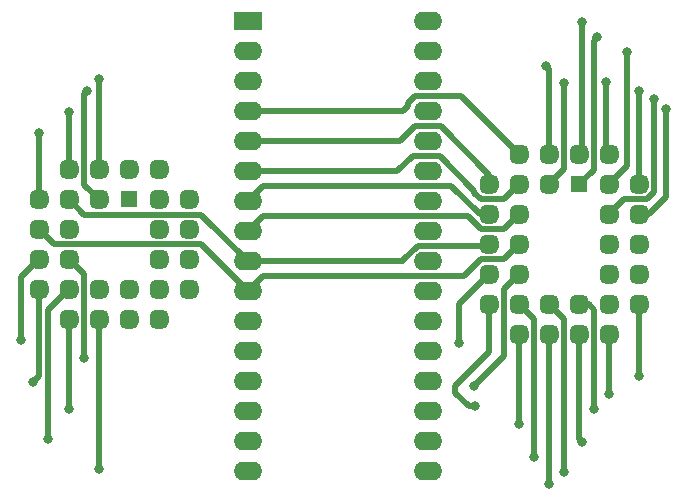
<source format=gbr>
G04 #@! TF.GenerationSoftware,KiCad,Pcbnew,5.1.7-a382d34a8~88~ubuntu20.04.1*
G04 #@! TF.CreationDate,2021-03-27T06:24:58-07:00*
G04 #@! TF.ProjectId,galep4-plcc-28,67616c65-7034-42d7-906c-63632d32382e,Mar2021*
G04 #@! TF.SameCoordinates,Original*
G04 #@! TF.FileFunction,Copper,L2,Bot*
G04 #@! TF.FilePolarity,Positive*
%FSLAX46Y46*%
G04 Gerber Fmt 4.6, Leading zero omitted, Abs format (unit mm)*
G04 Created by KiCad (PCBNEW 5.1.7-a382d34a8~88~ubuntu20.04.1) date 2021-03-27 06:24:58*
%MOMM*%
%LPD*%
G01*
G04 APERTURE LIST*
G04 #@! TA.AperFunction,ComponentPad*
%ADD10O,2.400000X1.600000*%
G04 #@! TD*
G04 #@! TA.AperFunction,ComponentPad*
%ADD11R,2.400000X1.600000*%
G04 #@! TD*
G04 #@! TA.AperFunction,ComponentPad*
%ADD12R,1.422400X1.422400*%
G04 #@! TD*
G04 #@! TA.AperFunction,ViaPad*
%ADD13C,0.800000*%
G04 #@! TD*
G04 #@! TA.AperFunction,Conductor*
%ADD14C,0.500000*%
G04 #@! TD*
G04 APERTURE END LIST*
D10*
G04 #@! TO.P,U3,32*
G04 #@! TO.N,/32*
X180238000Y-78380000D03*
G04 #@! TO.P,U3,16*
G04 #@! TO.N,/16*
X164998000Y-116480000D03*
G04 #@! TO.P,U3,31*
G04 #@! TO.N,/31*
X180238000Y-80920000D03*
G04 #@! TO.P,U3,15*
G04 #@! TO.N,/15*
X164998000Y-113940000D03*
G04 #@! TO.P,U3,30*
G04 #@! TO.N,/30*
X180238000Y-83460000D03*
G04 #@! TO.P,U3,14*
G04 #@! TO.N,/14*
X164998000Y-111400000D03*
G04 #@! TO.P,U3,29*
G04 #@! TO.N,/29*
X180238000Y-86000000D03*
G04 #@! TO.P,U3,13*
G04 #@! TO.N,/13*
X164998000Y-108860000D03*
G04 #@! TO.P,U3,28*
G04 #@! TO.N,/28*
X180238000Y-88540000D03*
G04 #@! TO.P,U3,12*
G04 #@! TO.N,/12*
X164998000Y-106320000D03*
G04 #@! TO.P,U3,27*
G04 #@! TO.N,/27*
X180238000Y-91080000D03*
G04 #@! TO.P,U3,11*
G04 #@! TO.N,/11*
X164998000Y-103780000D03*
G04 #@! TO.P,U3,26*
G04 #@! TO.N,/26*
X180238000Y-93620000D03*
G04 #@! TO.P,U3,10*
G04 #@! TO.N,/10*
X164998000Y-101240000D03*
G04 #@! TO.P,U3,25*
G04 #@! TO.N,/25*
X180238000Y-96160000D03*
G04 #@! TO.P,U3,9*
G04 #@! TO.N,/24-5*
X164998000Y-98700000D03*
G04 #@! TO.P,U3,24*
G04 #@! TO.N,/24*
X180238000Y-98700000D03*
G04 #@! TO.P,U3,8*
G04 #@! TO.N,/24-4*
X164998000Y-96160000D03*
G04 #@! TO.P,U3,23*
G04 #@! TO.N,/23*
X180238000Y-101240000D03*
G04 #@! TO.P,U3,7*
G04 #@! TO.N,/24-3*
X164998000Y-93620000D03*
G04 #@! TO.P,U3,22*
G04 #@! TO.N,/22*
X180238000Y-103780000D03*
G04 #@! TO.P,U3,6*
G04 #@! TO.N,/24-2*
X164998000Y-91080000D03*
G04 #@! TO.P,U3,21*
G04 #@! TO.N,/21*
X180238000Y-106320000D03*
G04 #@! TO.P,U3,5*
G04 #@! TO.N,/24-1*
X164998000Y-88540000D03*
G04 #@! TO.P,U3,20*
G04 #@! TO.N,/20*
X180238000Y-108860000D03*
G04 #@! TO.P,U3,4*
G04 #@! TO.N,/4*
X164998000Y-86000000D03*
G04 #@! TO.P,U3,19*
G04 #@! TO.N,/19*
X180238000Y-111400000D03*
G04 #@! TO.P,U3,3*
G04 #@! TO.N,/3*
X164998000Y-83460000D03*
G04 #@! TO.P,U3,18*
G04 #@! TO.N,/18*
X180238000Y-113940000D03*
G04 #@! TO.P,U3,2*
G04 #@! TO.N,/2*
X164998000Y-80920000D03*
G04 #@! TO.P,U3,17*
G04 #@! TO.N,/17*
X180238000Y-116480000D03*
D11*
G04 #@! TO.P,U3,1*
G04 #@! TO.N,/1*
X164998000Y-78380000D03*
G04 #@! TD*
G04 #@! TO.P,U2,29*
G04 #@! TO.N,/29*
G04 #@! TA.AperFunction,ComponentPad*
G36*
G01*
X197320000Y-92502800D02*
X197320000Y-91901200D01*
G75*
G02*
X197819200Y-91402000I499200J0D01*
G01*
X198420800Y-91402000D01*
G75*
G02*
X198920000Y-91901200I0J-499200D01*
G01*
X198920000Y-92502800D01*
G75*
G02*
X198420800Y-93002000I-499200J0D01*
G01*
X197819200Y-93002000D01*
G75*
G02*
X197320000Y-92502800I0J499200D01*
G01*
G37*
G04 #@! TD.AperFunction*
G04 #@! TO.P,U2,27*
G04 #@! TO.N,/27*
G04 #@! TA.AperFunction,ComponentPad*
G36*
G01*
X197320000Y-95042800D02*
X197320000Y-94441200D01*
G75*
G02*
X197819200Y-93942000I499200J0D01*
G01*
X198420800Y-93942000D01*
G75*
G02*
X198920000Y-94441200I0J-499200D01*
G01*
X198920000Y-95042800D01*
G75*
G02*
X198420800Y-95542000I-499200J0D01*
G01*
X197819200Y-95542000D01*
G75*
G02*
X197320000Y-95042800I0J499200D01*
G01*
G37*
G04 #@! TD.AperFunction*
G04 #@! TO.P,U2,25*
G04 #@! TO.N,/25*
G04 #@! TA.AperFunction,ComponentPad*
G36*
G01*
X197320000Y-97582800D02*
X197320000Y-96981200D01*
G75*
G02*
X197819200Y-96482000I499200J0D01*
G01*
X198420800Y-96482000D01*
G75*
G02*
X198920000Y-96981200I0J-499200D01*
G01*
X198920000Y-97582800D01*
G75*
G02*
X198420800Y-98082000I-499200J0D01*
G01*
X197819200Y-98082000D01*
G75*
G02*
X197320000Y-97582800I0J499200D01*
G01*
G37*
G04 #@! TD.AperFunction*
G04 #@! TO.P,U2,23*
G04 #@! TO.N,/23*
G04 #@! TA.AperFunction,ComponentPad*
G36*
G01*
X197320000Y-100122800D02*
X197320000Y-99521200D01*
G75*
G02*
X197819200Y-99022000I499200J0D01*
G01*
X198420800Y-99022000D01*
G75*
G02*
X198920000Y-99521200I0J-499200D01*
G01*
X198920000Y-100122800D01*
G75*
G02*
X198420800Y-100622000I-499200J0D01*
G01*
X197819200Y-100622000D01*
G75*
G02*
X197320000Y-100122800I0J499200D01*
G01*
G37*
G04 #@! TD.AperFunction*
G04 #@! TO.P,U2,28*
G04 #@! TO.N,/28*
G04 #@! TA.AperFunction,ComponentPad*
G36*
G01*
X194780000Y-95042800D02*
X194780000Y-94441200D01*
G75*
G02*
X195279200Y-93942000I499200J0D01*
G01*
X195880800Y-93942000D01*
G75*
G02*
X196380000Y-94441200I0J-499200D01*
G01*
X196380000Y-95042800D01*
G75*
G02*
X195880800Y-95542000I-499200J0D01*
G01*
X195279200Y-95542000D01*
G75*
G02*
X194780000Y-95042800I0J499200D01*
G01*
G37*
G04 #@! TD.AperFunction*
G04 #@! TO.P,U2,26*
G04 #@! TO.N,/26*
G04 #@! TA.AperFunction,ComponentPad*
G36*
G01*
X194780000Y-97582800D02*
X194780000Y-96981200D01*
G75*
G02*
X195279200Y-96482000I499200J0D01*
G01*
X195880800Y-96482000D01*
G75*
G02*
X196380000Y-96981200I0J-499200D01*
G01*
X196380000Y-97582800D01*
G75*
G02*
X195880800Y-98082000I-499200J0D01*
G01*
X195279200Y-98082000D01*
G75*
G02*
X194780000Y-97582800I0J499200D01*
G01*
G37*
G04 #@! TD.AperFunction*
G04 #@! TO.P,U2,24*
G04 #@! TO.N,/24*
G04 #@! TA.AperFunction,ComponentPad*
G36*
G01*
X194780000Y-100122800D02*
X194780000Y-99521200D01*
G75*
G02*
X195279200Y-99022000I499200J0D01*
G01*
X195880800Y-99022000D01*
G75*
G02*
X196380000Y-99521200I0J-499200D01*
G01*
X196380000Y-100122800D01*
G75*
G02*
X195880800Y-100622000I-499200J0D01*
G01*
X195279200Y-100622000D01*
G75*
G02*
X194780000Y-100122800I0J499200D01*
G01*
G37*
G04 #@! TD.AperFunction*
G04 #@! TO.P,U2,22*
G04 #@! TO.N,/22*
G04 #@! TA.AperFunction,ComponentPad*
G36*
G01*
X194780000Y-102662800D02*
X194780000Y-102061200D01*
G75*
G02*
X195279200Y-101562000I499200J0D01*
G01*
X195880800Y-101562000D01*
G75*
G02*
X196380000Y-102061200I0J-499200D01*
G01*
X196380000Y-102662800D01*
G75*
G02*
X195880800Y-103162000I-499200J0D01*
G01*
X195279200Y-103162000D01*
G75*
G02*
X194780000Y-102662800I0J499200D01*
G01*
G37*
G04 #@! TD.AperFunction*
G04 #@! TO.P,U2,20*
G04 #@! TO.N,/20*
G04 #@! TA.AperFunction,ComponentPad*
G36*
G01*
X194780000Y-105202800D02*
X194780000Y-104601200D01*
G75*
G02*
X195279200Y-104102000I499200J0D01*
G01*
X195880800Y-104102000D01*
G75*
G02*
X196380000Y-104601200I0J-499200D01*
G01*
X196380000Y-105202800D01*
G75*
G02*
X195880800Y-105702000I-499200J0D01*
G01*
X195279200Y-105702000D01*
G75*
G02*
X194780000Y-105202800I0J499200D01*
G01*
G37*
G04 #@! TD.AperFunction*
G04 #@! TO.P,U2,18*
G04 #@! TO.N,/18*
G04 #@! TA.AperFunction,ComponentPad*
G36*
G01*
X192240000Y-105202800D02*
X192240000Y-104601200D01*
G75*
G02*
X192739200Y-104102000I499200J0D01*
G01*
X193340800Y-104102000D01*
G75*
G02*
X193840000Y-104601200I0J-499200D01*
G01*
X193840000Y-105202800D01*
G75*
G02*
X193340800Y-105702000I-499200J0D01*
G01*
X192739200Y-105702000D01*
G75*
G02*
X192240000Y-105202800I0J499200D01*
G01*
G37*
G04 #@! TD.AperFunction*
G04 #@! TO.P,U2,16*
G04 #@! TO.N,/16*
G04 #@! TA.AperFunction,ComponentPad*
G36*
G01*
X189700000Y-105202800D02*
X189700000Y-104601200D01*
G75*
G02*
X190199200Y-104102000I499200J0D01*
G01*
X190800800Y-104102000D01*
G75*
G02*
X191300000Y-104601200I0J-499200D01*
G01*
X191300000Y-105202800D01*
G75*
G02*
X190800800Y-105702000I-499200J0D01*
G01*
X190199200Y-105702000D01*
G75*
G02*
X189700000Y-105202800I0J499200D01*
G01*
G37*
G04 #@! TD.AperFunction*
G04 #@! TO.P,U2,14*
G04 #@! TO.N,/14*
G04 #@! TA.AperFunction,ComponentPad*
G36*
G01*
X187160000Y-105202800D02*
X187160000Y-104601200D01*
G75*
G02*
X187659200Y-104102000I499200J0D01*
G01*
X188260800Y-104102000D01*
G75*
G02*
X188760000Y-104601200I0J-499200D01*
G01*
X188760000Y-105202800D01*
G75*
G02*
X188260800Y-105702000I-499200J0D01*
G01*
X187659200Y-105702000D01*
G75*
G02*
X187160000Y-105202800I0J499200D01*
G01*
G37*
G04 #@! TD.AperFunction*
G04 #@! TO.P,U2,21*
G04 #@! TO.N,/21*
G04 #@! TA.AperFunction,ComponentPad*
G36*
G01*
X197320000Y-102662800D02*
X197320000Y-102061200D01*
G75*
G02*
X197819200Y-101562000I499200J0D01*
G01*
X198420800Y-101562000D01*
G75*
G02*
X198920000Y-102061200I0J-499200D01*
G01*
X198920000Y-102662800D01*
G75*
G02*
X198420800Y-103162000I-499200J0D01*
G01*
X197819200Y-103162000D01*
G75*
G02*
X197320000Y-102662800I0J499200D01*
G01*
G37*
G04 #@! TD.AperFunction*
G04 #@! TO.P,U2,19*
G04 #@! TO.N,/19*
G04 #@! TA.AperFunction,ComponentPad*
G36*
G01*
X192240000Y-102662800D02*
X192240000Y-102061200D01*
G75*
G02*
X192739200Y-101562000I499200J0D01*
G01*
X193340800Y-101562000D01*
G75*
G02*
X193840000Y-102061200I0J-499200D01*
G01*
X193840000Y-102662800D01*
G75*
G02*
X193340800Y-103162000I-499200J0D01*
G01*
X192739200Y-103162000D01*
G75*
G02*
X192240000Y-102662800I0J499200D01*
G01*
G37*
G04 #@! TD.AperFunction*
G04 #@! TO.P,U2,17*
G04 #@! TO.N,/17*
G04 #@! TA.AperFunction,ComponentPad*
G36*
G01*
X189700000Y-102662800D02*
X189700000Y-102061200D01*
G75*
G02*
X190199200Y-101562000I499200J0D01*
G01*
X190800800Y-101562000D01*
G75*
G02*
X191300000Y-102061200I0J-499200D01*
G01*
X191300000Y-102662800D01*
G75*
G02*
X190800800Y-103162000I-499200J0D01*
G01*
X190199200Y-103162000D01*
G75*
G02*
X189700000Y-102662800I0J499200D01*
G01*
G37*
G04 #@! TD.AperFunction*
G04 #@! TO.P,U2,15*
G04 #@! TO.N,/15*
G04 #@! TA.AperFunction,ComponentPad*
G36*
G01*
X187160000Y-102662800D02*
X187160000Y-102061200D01*
G75*
G02*
X187659200Y-101562000I499200J0D01*
G01*
X188260800Y-101562000D01*
G75*
G02*
X188760000Y-102061200I0J-499200D01*
G01*
X188760000Y-102662800D01*
G75*
G02*
X188260800Y-103162000I-499200J0D01*
G01*
X187659200Y-103162000D01*
G75*
G02*
X187160000Y-102662800I0J499200D01*
G01*
G37*
G04 #@! TD.AperFunction*
G04 #@! TO.P,U2,13*
G04 #@! TO.N,/13*
G04 #@! TA.AperFunction,ComponentPad*
G36*
G01*
X184620000Y-102662800D02*
X184620000Y-102061200D01*
G75*
G02*
X185119200Y-101562000I499200J0D01*
G01*
X185720800Y-101562000D01*
G75*
G02*
X186220000Y-102061200I0J-499200D01*
G01*
X186220000Y-102662800D01*
G75*
G02*
X185720800Y-103162000I-499200J0D01*
G01*
X185119200Y-103162000D01*
G75*
G02*
X184620000Y-102662800I0J499200D01*
G01*
G37*
G04 #@! TD.AperFunction*
G04 #@! TO.P,U2,11*
G04 #@! TO.N,/11*
G04 #@! TA.AperFunction,ComponentPad*
G36*
G01*
X184620000Y-100122800D02*
X184620000Y-99521200D01*
G75*
G02*
X185119200Y-99022000I499200J0D01*
G01*
X185720800Y-99022000D01*
G75*
G02*
X186220000Y-99521200I0J-499200D01*
G01*
X186220000Y-100122800D01*
G75*
G02*
X185720800Y-100622000I-499200J0D01*
G01*
X185119200Y-100622000D01*
G75*
G02*
X184620000Y-100122800I0J499200D01*
G01*
G37*
G04 #@! TD.AperFunction*
G04 #@! TO.P,U2,9*
G04 #@! TO.N,/24-5*
G04 #@! TA.AperFunction,ComponentPad*
G36*
G01*
X184620000Y-97582800D02*
X184620000Y-96981200D01*
G75*
G02*
X185119200Y-96482000I499200J0D01*
G01*
X185720800Y-96482000D01*
G75*
G02*
X186220000Y-96981200I0J-499200D01*
G01*
X186220000Y-97582800D01*
G75*
G02*
X185720800Y-98082000I-499200J0D01*
G01*
X185119200Y-98082000D01*
G75*
G02*
X184620000Y-97582800I0J499200D01*
G01*
G37*
G04 #@! TD.AperFunction*
G04 #@! TO.P,U2,7*
G04 #@! TO.N,/24-3*
G04 #@! TA.AperFunction,ComponentPad*
G36*
G01*
X184620000Y-95042800D02*
X184620000Y-94441200D01*
G75*
G02*
X185119200Y-93942000I499200J0D01*
G01*
X185720800Y-93942000D01*
G75*
G02*
X186220000Y-94441200I0J-499200D01*
G01*
X186220000Y-95042800D01*
G75*
G02*
X185720800Y-95542000I-499200J0D01*
G01*
X185119200Y-95542000D01*
G75*
G02*
X184620000Y-95042800I0J499200D01*
G01*
G37*
G04 #@! TD.AperFunction*
G04 #@! TO.P,U2,5*
G04 #@! TO.N,/24-1*
G04 #@! TA.AperFunction,ComponentPad*
G36*
G01*
X184620000Y-92502800D02*
X184620000Y-91901200D01*
G75*
G02*
X185119200Y-91402000I499200J0D01*
G01*
X185720800Y-91402000D01*
G75*
G02*
X186220000Y-91901200I0J-499200D01*
G01*
X186220000Y-92502800D01*
G75*
G02*
X185720800Y-93002000I-499200J0D01*
G01*
X185119200Y-93002000D01*
G75*
G02*
X184620000Y-92502800I0J499200D01*
G01*
G37*
G04 #@! TD.AperFunction*
G04 #@! TO.P,U2,12*
G04 #@! TO.N,/12*
G04 #@! TA.AperFunction,ComponentPad*
G36*
G01*
X187160000Y-100122800D02*
X187160000Y-99521200D01*
G75*
G02*
X187659200Y-99022000I499200J0D01*
G01*
X188260800Y-99022000D01*
G75*
G02*
X188760000Y-99521200I0J-499200D01*
G01*
X188760000Y-100122800D01*
G75*
G02*
X188260800Y-100622000I-499200J0D01*
G01*
X187659200Y-100622000D01*
G75*
G02*
X187160000Y-100122800I0J499200D01*
G01*
G37*
G04 #@! TD.AperFunction*
G04 #@! TO.P,U2,10*
G04 #@! TO.N,/10*
G04 #@! TA.AperFunction,ComponentPad*
G36*
G01*
X187160000Y-97582800D02*
X187160000Y-96981200D01*
G75*
G02*
X187659200Y-96482000I499200J0D01*
G01*
X188260800Y-96482000D01*
G75*
G02*
X188760000Y-96981200I0J-499200D01*
G01*
X188760000Y-97582800D01*
G75*
G02*
X188260800Y-98082000I-499200J0D01*
G01*
X187659200Y-98082000D01*
G75*
G02*
X187160000Y-97582800I0J499200D01*
G01*
G37*
G04 #@! TD.AperFunction*
G04 #@! TO.P,U2,8*
G04 #@! TO.N,/24-4*
G04 #@! TA.AperFunction,ComponentPad*
G36*
G01*
X187160000Y-95042800D02*
X187160000Y-94441200D01*
G75*
G02*
X187659200Y-93942000I499200J0D01*
G01*
X188260800Y-93942000D01*
G75*
G02*
X188760000Y-94441200I0J-499200D01*
G01*
X188760000Y-95042800D01*
G75*
G02*
X188260800Y-95542000I-499200J0D01*
G01*
X187659200Y-95542000D01*
G75*
G02*
X187160000Y-95042800I0J499200D01*
G01*
G37*
G04 #@! TD.AperFunction*
G04 #@! TO.P,U2,6*
G04 #@! TO.N,/24-2*
G04 #@! TA.AperFunction,ComponentPad*
G36*
G01*
X187160000Y-92502800D02*
X187160000Y-91901200D01*
G75*
G02*
X187659200Y-91402000I499200J0D01*
G01*
X188260800Y-91402000D01*
G75*
G02*
X188760000Y-91901200I0J-499200D01*
G01*
X188760000Y-92502800D01*
G75*
G02*
X188260800Y-93002000I-499200J0D01*
G01*
X187659200Y-93002000D01*
G75*
G02*
X187160000Y-92502800I0J499200D01*
G01*
G37*
G04 #@! TD.AperFunction*
G04 #@! TO.P,U2,30*
G04 #@! TO.N,/30*
G04 #@! TA.AperFunction,ComponentPad*
G36*
G01*
X194780000Y-89962800D02*
X194780000Y-89361200D01*
G75*
G02*
X195279200Y-88862000I499200J0D01*
G01*
X195880800Y-88862000D01*
G75*
G02*
X196380000Y-89361200I0J-499200D01*
G01*
X196380000Y-89962800D01*
G75*
G02*
X195880800Y-90462000I-499200J0D01*
G01*
X195279200Y-90462000D01*
G75*
G02*
X194780000Y-89962800I0J499200D01*
G01*
G37*
G04 #@! TD.AperFunction*
G04 #@! TO.P,U2,32*
G04 #@! TO.N,/32*
G04 #@! TA.AperFunction,ComponentPad*
G36*
G01*
X192240000Y-89962800D02*
X192240000Y-89361200D01*
G75*
G02*
X192739200Y-88862000I499200J0D01*
G01*
X193340800Y-88862000D01*
G75*
G02*
X193840000Y-89361200I0J-499200D01*
G01*
X193840000Y-89962800D01*
G75*
G02*
X193340800Y-90462000I-499200J0D01*
G01*
X192739200Y-90462000D01*
G75*
G02*
X192240000Y-89962800I0J499200D01*
G01*
G37*
G04 #@! TD.AperFunction*
G04 #@! TO.P,U2,4*
G04 #@! TO.N,/4*
G04 #@! TA.AperFunction,ComponentPad*
G36*
G01*
X187160000Y-89962800D02*
X187160000Y-89361200D01*
G75*
G02*
X187659200Y-88862000I499200J0D01*
G01*
X188260800Y-88862000D01*
G75*
G02*
X188760000Y-89361200I0J-499200D01*
G01*
X188760000Y-89962800D01*
G75*
G02*
X188260800Y-90462000I-499200J0D01*
G01*
X187659200Y-90462000D01*
G75*
G02*
X187160000Y-89962800I0J499200D01*
G01*
G37*
G04 #@! TD.AperFunction*
G04 #@! TO.P,U2,2*
G04 #@! TO.N,/2*
G04 #@! TA.AperFunction,ComponentPad*
G36*
G01*
X189700000Y-89962800D02*
X189700000Y-89361200D01*
G75*
G02*
X190199200Y-88862000I499200J0D01*
G01*
X190800800Y-88862000D01*
G75*
G02*
X191300000Y-89361200I0J-499200D01*
G01*
X191300000Y-89962800D01*
G75*
G02*
X190800800Y-90462000I-499200J0D01*
G01*
X190199200Y-90462000D01*
G75*
G02*
X189700000Y-89962800I0J499200D01*
G01*
G37*
G04 #@! TD.AperFunction*
G04 #@! TO.P,U2,31*
G04 #@! TO.N,/31*
G04 #@! TA.AperFunction,ComponentPad*
G36*
G01*
X194780000Y-92502800D02*
X194780000Y-91901200D01*
G75*
G02*
X195279200Y-91402000I499200J0D01*
G01*
X195880800Y-91402000D01*
G75*
G02*
X196380000Y-91901200I0J-499200D01*
G01*
X196380000Y-92502800D01*
G75*
G02*
X195880800Y-93002000I-499200J0D01*
G01*
X195279200Y-93002000D01*
G75*
G02*
X194780000Y-92502800I0J499200D01*
G01*
G37*
G04 #@! TD.AperFunction*
G04 #@! TO.P,U2,3*
G04 #@! TO.N,/3*
G04 #@! TA.AperFunction,ComponentPad*
G36*
G01*
X189700000Y-92502800D02*
X189700000Y-91901200D01*
G75*
G02*
X190199200Y-91402000I499200J0D01*
G01*
X190800800Y-91402000D01*
G75*
G02*
X191300000Y-91901200I0J-499200D01*
G01*
X191300000Y-92502800D01*
G75*
G02*
X190800800Y-93002000I-499200J0D01*
G01*
X190199200Y-93002000D01*
G75*
G02*
X189700000Y-92502800I0J499200D01*
G01*
G37*
G04 #@! TD.AperFunction*
D12*
G04 #@! TO.P,U2,1*
G04 #@! TO.N,/1*
X193040000Y-92202000D03*
G04 #@! TD*
G04 #@! TO.P,U1,25*
G04 #@! TO.N,/24-21*
G04 #@! TA.AperFunction,ComponentPad*
G36*
G01*
X159220000Y-93772800D02*
X159220000Y-93171200D01*
G75*
G02*
X159719200Y-92672000I499200J0D01*
G01*
X160320800Y-92672000D01*
G75*
G02*
X160820000Y-93171200I0J-499200D01*
G01*
X160820000Y-93772800D01*
G75*
G02*
X160320800Y-94272000I-499200J0D01*
G01*
X159719200Y-94272000D01*
G75*
G02*
X159220000Y-93772800I0J499200D01*
G01*
G37*
G04 #@! TD.AperFunction*
G04 #@! TO.P,U1,23*
G04 #@! TO.N,/24-19*
G04 #@! TA.AperFunction,ComponentPad*
G36*
G01*
X159220000Y-96312800D02*
X159220000Y-95711200D01*
G75*
G02*
X159719200Y-95212000I499200J0D01*
G01*
X160320800Y-95212000D01*
G75*
G02*
X160820000Y-95711200I0J-499200D01*
G01*
X160820000Y-96312800D01*
G75*
G02*
X160320800Y-96812000I-499200J0D01*
G01*
X159719200Y-96812000D01*
G75*
G02*
X159220000Y-96312800I0J499200D01*
G01*
G37*
G04 #@! TD.AperFunction*
G04 #@! TO.P,U1,21*
G04 #@! TO.N,/24-18*
G04 #@! TA.AperFunction,ComponentPad*
G36*
G01*
X159220000Y-98852800D02*
X159220000Y-98251200D01*
G75*
G02*
X159719200Y-97752000I499200J0D01*
G01*
X160320800Y-97752000D01*
G75*
G02*
X160820000Y-98251200I0J-499200D01*
G01*
X160820000Y-98852800D01*
G75*
G02*
X160320800Y-99352000I-499200J0D01*
G01*
X159719200Y-99352000D01*
G75*
G02*
X159220000Y-98852800I0J499200D01*
G01*
G37*
G04 #@! TD.AperFunction*
G04 #@! TO.P,U1,26*
G04 #@! TO.N,/24-22*
G04 #@! TA.AperFunction,ComponentPad*
G36*
G01*
X156680000Y-91232800D02*
X156680000Y-90631200D01*
G75*
G02*
X157179200Y-90132000I499200J0D01*
G01*
X157780800Y-90132000D01*
G75*
G02*
X158280000Y-90631200I0J-499200D01*
G01*
X158280000Y-91232800D01*
G75*
G02*
X157780800Y-91732000I-499200J0D01*
G01*
X157179200Y-91732000D01*
G75*
G02*
X156680000Y-91232800I0J499200D01*
G01*
G37*
G04 #@! TD.AperFunction*
G04 #@! TO.P,U1,24*
G04 #@! TO.N,/24-20*
G04 #@! TA.AperFunction,ComponentPad*
G36*
G01*
X156680000Y-96312800D02*
X156680000Y-95711200D01*
G75*
G02*
X157179200Y-95212000I499200J0D01*
G01*
X157780800Y-95212000D01*
G75*
G02*
X158280000Y-95711200I0J-499200D01*
G01*
X158280000Y-96312800D01*
G75*
G02*
X157780800Y-96812000I-499200J0D01*
G01*
X157179200Y-96812000D01*
G75*
G02*
X156680000Y-96312800I0J499200D01*
G01*
G37*
G04 #@! TD.AperFunction*
G04 #@! TO.P,U1,22*
G04 #@! TO.N,Net-(U1-Pad22)*
G04 #@! TA.AperFunction,ComponentPad*
G36*
G01*
X156680000Y-98852800D02*
X156680000Y-98251200D01*
G75*
G02*
X157179200Y-97752000I499200J0D01*
G01*
X157780800Y-97752000D01*
G75*
G02*
X158280000Y-98251200I0J-499200D01*
G01*
X158280000Y-98852800D01*
G75*
G02*
X157780800Y-99352000I-499200J0D01*
G01*
X157179200Y-99352000D01*
G75*
G02*
X156680000Y-98852800I0J499200D01*
G01*
G37*
G04 #@! TD.AperFunction*
G04 #@! TO.P,U1,20*
G04 #@! TO.N,/24-17*
G04 #@! TA.AperFunction,ComponentPad*
G36*
G01*
X156680000Y-101392800D02*
X156680000Y-100791200D01*
G75*
G02*
X157179200Y-100292000I499200J0D01*
G01*
X157780800Y-100292000D01*
G75*
G02*
X158280000Y-100791200I0J-499200D01*
G01*
X158280000Y-101392800D01*
G75*
G02*
X157780800Y-101892000I-499200J0D01*
G01*
X157179200Y-101892000D01*
G75*
G02*
X156680000Y-101392800I0J499200D01*
G01*
G37*
G04 #@! TD.AperFunction*
G04 #@! TO.P,U1,18*
G04 #@! TO.N,/24-15*
G04 #@! TA.AperFunction,ComponentPad*
G36*
G01*
X156680000Y-103932800D02*
X156680000Y-103331200D01*
G75*
G02*
X157179200Y-102832000I499200J0D01*
G01*
X157780800Y-102832000D01*
G75*
G02*
X158280000Y-103331200I0J-499200D01*
G01*
X158280000Y-103932800D01*
G75*
G02*
X157780800Y-104432000I-499200J0D01*
G01*
X157179200Y-104432000D01*
G75*
G02*
X156680000Y-103932800I0J499200D01*
G01*
G37*
G04 #@! TD.AperFunction*
G04 #@! TO.P,U1,16*
G04 #@! TO.N,/24-13*
G04 #@! TA.AperFunction,ComponentPad*
G36*
G01*
X154140000Y-103932800D02*
X154140000Y-103331200D01*
G75*
G02*
X154639200Y-102832000I499200J0D01*
G01*
X155240800Y-102832000D01*
G75*
G02*
X155740000Y-103331200I0J-499200D01*
G01*
X155740000Y-103932800D01*
G75*
G02*
X155240800Y-104432000I-499200J0D01*
G01*
X154639200Y-104432000D01*
G75*
G02*
X154140000Y-103932800I0J499200D01*
G01*
G37*
G04 #@! TD.AperFunction*
G04 #@! TO.P,U1,14*
G04 #@! TO.N,/16*
G04 #@! TA.AperFunction,ComponentPad*
G36*
G01*
X151600000Y-103932800D02*
X151600000Y-103331200D01*
G75*
G02*
X152099200Y-102832000I499200J0D01*
G01*
X152700800Y-102832000D01*
G75*
G02*
X153200000Y-103331200I0J-499200D01*
G01*
X153200000Y-103932800D01*
G75*
G02*
X152700800Y-104432000I-499200J0D01*
G01*
X152099200Y-104432000D01*
G75*
G02*
X151600000Y-103932800I0J499200D01*
G01*
G37*
G04 #@! TD.AperFunction*
G04 #@! TO.P,U1,12*
G04 #@! TO.N,/14*
G04 #@! TA.AperFunction,ComponentPad*
G36*
G01*
X149060000Y-103932800D02*
X149060000Y-103331200D01*
G75*
G02*
X149559200Y-102832000I499200J0D01*
G01*
X150160800Y-102832000D01*
G75*
G02*
X150660000Y-103331200I0J-499200D01*
G01*
X150660000Y-103932800D01*
G75*
G02*
X150160800Y-104432000I-499200J0D01*
G01*
X149559200Y-104432000D01*
G75*
G02*
X149060000Y-103932800I0J499200D01*
G01*
G37*
G04 #@! TD.AperFunction*
G04 #@! TO.P,U1,19*
G04 #@! TO.N,/24-16*
G04 #@! TA.AperFunction,ComponentPad*
G36*
G01*
X159220000Y-101392800D02*
X159220000Y-100791200D01*
G75*
G02*
X159719200Y-100292000I499200J0D01*
G01*
X160320800Y-100292000D01*
G75*
G02*
X160820000Y-100791200I0J-499200D01*
G01*
X160820000Y-101392800D01*
G75*
G02*
X160320800Y-101892000I-499200J0D01*
G01*
X159719200Y-101892000D01*
G75*
G02*
X159220000Y-101392800I0J499200D01*
G01*
G37*
G04 #@! TD.AperFunction*
G04 #@! TO.P,U1,17*
G04 #@! TO.N,/24-14*
G04 #@! TA.AperFunction,ComponentPad*
G36*
G01*
X154140000Y-101392800D02*
X154140000Y-100791200D01*
G75*
G02*
X154639200Y-100292000I499200J0D01*
G01*
X155240800Y-100292000D01*
G75*
G02*
X155740000Y-100791200I0J-499200D01*
G01*
X155740000Y-101392800D01*
G75*
G02*
X155240800Y-101892000I-499200J0D01*
G01*
X154639200Y-101892000D01*
G75*
G02*
X154140000Y-101392800I0J499200D01*
G01*
G37*
G04 #@! TD.AperFunction*
G04 #@! TO.P,U1,15*
G04 #@! TO.N,Net-(U1-Pad15)*
G04 #@! TA.AperFunction,ComponentPad*
G36*
G01*
X151600000Y-101392800D02*
X151600000Y-100791200D01*
G75*
G02*
X152099200Y-100292000I499200J0D01*
G01*
X152700800Y-100292000D01*
G75*
G02*
X153200000Y-100791200I0J-499200D01*
G01*
X153200000Y-101392800D01*
G75*
G02*
X152700800Y-101892000I-499200J0D01*
G01*
X152099200Y-101892000D01*
G75*
G02*
X151600000Y-101392800I0J499200D01*
G01*
G37*
G04 #@! TD.AperFunction*
G04 #@! TO.P,U1,13*
G04 #@! TO.N,/15*
G04 #@! TA.AperFunction,ComponentPad*
G36*
G01*
X149060000Y-101392800D02*
X149060000Y-100791200D01*
G75*
G02*
X149559200Y-100292000I499200J0D01*
G01*
X150160800Y-100292000D01*
G75*
G02*
X150660000Y-100791200I0J-499200D01*
G01*
X150660000Y-101392800D01*
G75*
G02*
X150160800Y-101892000I-499200J0D01*
G01*
X149559200Y-101892000D01*
G75*
G02*
X149060000Y-101392800I0J499200D01*
G01*
G37*
G04 #@! TD.AperFunction*
G04 #@! TO.P,U1,11*
G04 #@! TO.N,/13*
G04 #@! TA.AperFunction,ComponentPad*
G36*
G01*
X146520000Y-101392800D02*
X146520000Y-100791200D01*
G75*
G02*
X147019200Y-100292000I499200J0D01*
G01*
X147620800Y-100292000D01*
G75*
G02*
X148120000Y-100791200I0J-499200D01*
G01*
X148120000Y-101392800D01*
G75*
G02*
X147620800Y-101892000I-499200J0D01*
G01*
X147019200Y-101892000D01*
G75*
G02*
X146520000Y-101392800I0J499200D01*
G01*
G37*
G04 #@! TD.AperFunction*
G04 #@! TO.P,U1,9*
G04 #@! TO.N,/11*
G04 #@! TA.AperFunction,ComponentPad*
G36*
G01*
X146520000Y-98852800D02*
X146520000Y-98251200D01*
G75*
G02*
X147019200Y-97752000I499200J0D01*
G01*
X147620800Y-97752000D01*
G75*
G02*
X148120000Y-98251200I0J-499200D01*
G01*
X148120000Y-98852800D01*
G75*
G02*
X147620800Y-99352000I-499200J0D01*
G01*
X147019200Y-99352000D01*
G75*
G02*
X146520000Y-98852800I0J499200D01*
G01*
G37*
G04 #@! TD.AperFunction*
G04 #@! TO.P,U1,7*
G04 #@! TO.N,/10*
G04 #@! TA.AperFunction,ComponentPad*
G36*
G01*
X146520000Y-96312800D02*
X146520000Y-95711200D01*
G75*
G02*
X147019200Y-95212000I499200J0D01*
G01*
X147620800Y-95212000D01*
G75*
G02*
X148120000Y-95711200I0J-499200D01*
G01*
X148120000Y-96312800D01*
G75*
G02*
X147620800Y-96812000I-499200J0D01*
G01*
X147019200Y-96812000D01*
G75*
G02*
X146520000Y-96312800I0J499200D01*
G01*
G37*
G04 #@! TD.AperFunction*
G04 #@! TO.P,U1,5*
G04 #@! TO.N,/24-4*
G04 #@! TA.AperFunction,ComponentPad*
G36*
G01*
X146520000Y-93772800D02*
X146520000Y-93171200D01*
G75*
G02*
X147019200Y-92672000I499200J0D01*
G01*
X147620800Y-92672000D01*
G75*
G02*
X148120000Y-93171200I0J-499200D01*
G01*
X148120000Y-93772800D01*
G75*
G02*
X147620800Y-94272000I-499200J0D01*
G01*
X147019200Y-94272000D01*
G75*
G02*
X146520000Y-93772800I0J499200D01*
G01*
G37*
G04 #@! TD.AperFunction*
G04 #@! TO.P,U1,10*
G04 #@! TO.N,/12*
G04 #@! TA.AperFunction,ComponentPad*
G36*
G01*
X149060000Y-98852800D02*
X149060000Y-98251200D01*
G75*
G02*
X149559200Y-97752000I499200J0D01*
G01*
X150160800Y-97752000D01*
G75*
G02*
X150660000Y-98251200I0J-499200D01*
G01*
X150660000Y-98852800D01*
G75*
G02*
X150160800Y-99352000I-499200J0D01*
G01*
X149559200Y-99352000D01*
G75*
G02*
X149060000Y-98852800I0J499200D01*
G01*
G37*
G04 #@! TD.AperFunction*
G04 #@! TO.P,U1,8*
G04 #@! TO.N,Net-(U1-Pad8)*
G04 #@! TA.AperFunction,ComponentPad*
G36*
G01*
X149060000Y-96312800D02*
X149060000Y-95711200D01*
G75*
G02*
X149559200Y-95212000I499200J0D01*
G01*
X150160800Y-95212000D01*
G75*
G02*
X150660000Y-95711200I0J-499200D01*
G01*
X150660000Y-96312800D01*
G75*
G02*
X150160800Y-96812000I-499200J0D01*
G01*
X149559200Y-96812000D01*
G75*
G02*
X149060000Y-96312800I0J499200D01*
G01*
G37*
G04 #@! TD.AperFunction*
G04 #@! TO.P,U1,6*
G04 #@! TO.N,/24-5*
G04 #@! TA.AperFunction,ComponentPad*
G36*
G01*
X149060000Y-93772800D02*
X149060000Y-93171200D01*
G75*
G02*
X149559200Y-92672000I499200J0D01*
G01*
X150160800Y-92672000D01*
G75*
G02*
X150660000Y-93171200I0J-499200D01*
G01*
X150660000Y-93772800D01*
G75*
G02*
X150160800Y-94272000I-499200J0D01*
G01*
X149559200Y-94272000D01*
G75*
G02*
X149060000Y-93772800I0J499200D01*
G01*
G37*
G04 #@! TD.AperFunction*
G04 #@! TO.P,U1,28*
G04 #@! TO.N,/24-24*
G04 #@! TA.AperFunction,ComponentPad*
G36*
G01*
X154140000Y-91232800D02*
X154140000Y-90631200D01*
G75*
G02*
X154639200Y-90132000I499200J0D01*
G01*
X155240800Y-90132000D01*
G75*
G02*
X155740000Y-90631200I0J-499200D01*
G01*
X155740000Y-91232800D01*
G75*
G02*
X155240800Y-91732000I-499200J0D01*
G01*
X154639200Y-91732000D01*
G75*
G02*
X154140000Y-91232800I0J499200D01*
G01*
G37*
G04 #@! TD.AperFunction*
G04 #@! TO.P,U1,4*
G04 #@! TO.N,/24-3*
G04 #@! TA.AperFunction,ComponentPad*
G36*
G01*
X149060000Y-91232800D02*
X149060000Y-90631200D01*
G75*
G02*
X149559200Y-90132000I499200J0D01*
G01*
X150160800Y-90132000D01*
G75*
G02*
X150660000Y-90631200I0J-499200D01*
G01*
X150660000Y-91232800D01*
G75*
G02*
X150160800Y-91732000I-499200J0D01*
G01*
X149559200Y-91732000D01*
G75*
G02*
X149060000Y-91232800I0J499200D01*
G01*
G37*
G04 #@! TD.AperFunction*
G04 #@! TO.P,U1,2*
G04 #@! TO.N,/24-1*
G04 #@! TA.AperFunction,ComponentPad*
G36*
G01*
X151600000Y-91232800D02*
X151600000Y-90631200D01*
G75*
G02*
X152099200Y-90132000I499200J0D01*
G01*
X152700800Y-90132000D01*
G75*
G02*
X153200000Y-90631200I0J-499200D01*
G01*
X153200000Y-91232800D01*
G75*
G02*
X152700800Y-91732000I-499200J0D01*
G01*
X152099200Y-91732000D01*
G75*
G02*
X151600000Y-91232800I0J499200D01*
G01*
G37*
G04 #@! TD.AperFunction*
G04 #@! TO.P,U1,27*
G04 #@! TO.N,/24-23*
G04 #@! TA.AperFunction,ComponentPad*
G36*
G01*
X156680000Y-93772800D02*
X156680000Y-93171200D01*
G75*
G02*
X157179200Y-92672000I499200J0D01*
G01*
X157780800Y-92672000D01*
G75*
G02*
X158280000Y-93171200I0J-499200D01*
G01*
X158280000Y-93772800D01*
G75*
G02*
X157780800Y-94272000I-499200J0D01*
G01*
X157179200Y-94272000D01*
G75*
G02*
X156680000Y-93772800I0J499200D01*
G01*
G37*
G04 #@! TD.AperFunction*
G04 #@! TO.P,U1,3*
G04 #@! TO.N,/24-2*
G04 #@! TA.AperFunction,ComponentPad*
G36*
G01*
X151600000Y-93772800D02*
X151600000Y-93171200D01*
G75*
G02*
X152099200Y-92672000I499200J0D01*
G01*
X152700800Y-92672000D01*
G75*
G02*
X153200000Y-93171200I0J-499200D01*
G01*
X153200000Y-93772800D01*
G75*
G02*
X152700800Y-94272000I-499200J0D01*
G01*
X152099200Y-94272000D01*
G75*
G02*
X151600000Y-93772800I0J499200D01*
G01*
G37*
G04 #@! TD.AperFunction*
G04 #@! TO.P,U1,1*
G04 #@! TO.N,Net-(U1-Pad1)*
X154940000Y-93472000D03*
G04 #@! TD*
D13*
G04 #@! TO.N,/29*
X198120000Y-84301979D03*
G04 #@! TO.N,/27*
X200406000Y-85852000D03*
G04 #@! TO.N,/28*
X199390000Y-85001990D03*
G04 #@! TO.N,/20*
X195580000Y-109982000D03*
G04 #@! TO.N,/18*
X193294000Y-114046000D03*
G04 #@! TO.N,/16*
X190500000Y-117602000D03*
X152400000Y-116332000D03*
G04 #@! TO.N,/14*
X187960000Y-112522000D03*
X149860000Y-111252000D03*
G04 #@! TO.N,/21*
X198120000Y-108458000D03*
G04 #@! TO.N,/19*
X194310000Y-111252000D03*
G04 #@! TO.N,/17*
X191770000Y-116586000D03*
G04 #@! TO.N,/15*
X189230000Y-115316000D03*
X148082000Y-113792000D03*
G04 #@! TO.N,/13*
X184249694Y-111008022D03*
X146812000Y-108966000D03*
G04 #@! TO.N,/11*
X182880000Y-105664000D03*
X145796000Y-105410000D03*
G04 #@! TO.N,/12*
X184113762Y-109308010D03*
X151130000Y-106934000D03*
G04 #@! TO.N,/30*
X195326000Y-83566000D03*
G04 #@! TO.N,/32*
X193294000Y-78486000D03*
G04 #@! TO.N,/2*
X190246000Y-82201946D03*
G04 #@! TO.N,/31*
X197104000Y-81026000D03*
G04 #@! TO.N,/3*
X191770000Y-83601968D03*
G04 #@! TO.N,/1*
X194564000Y-79756000D03*
G04 #@! TO.N,/24-4*
X147320000Y-87884000D03*
G04 #@! TO.N,/24-3*
X149860000Y-86106000D03*
G04 #@! TO.N,/24-1*
X152400000Y-83312000D03*
G04 #@! TO.N,/24-2*
X151384000Y-84328000D03*
G04 #@! TD*
D14*
G04 #@! TO.N,/29*
X198120000Y-92202000D02*
X198120000Y-84301979D01*
G04 #@! TO.N,/27*
X198920000Y-94742000D02*
X198120000Y-94742000D01*
X200406000Y-93256000D02*
X198920000Y-94742000D01*
X200406000Y-85852000D02*
X200406000Y-93256000D01*
G04 #@! TO.N,/28*
X198813978Y-93452010D02*
X199390000Y-92875988D01*
X196869990Y-93452010D02*
X198813978Y-93452010D01*
X195580000Y-94742000D02*
X196869990Y-93452010D01*
X199390000Y-92875988D02*
X199390000Y-85001990D01*
G04 #@! TO.N,/20*
X195580000Y-104902000D02*
X195580000Y-109982000D01*
G04 #@! TO.N,/18*
X193040000Y-113792000D02*
X193294000Y-114046000D01*
X193040000Y-104902000D02*
X193040000Y-113792000D01*
G04 #@! TO.N,/16*
X190500000Y-117602000D02*
X190500000Y-104902000D01*
X152400000Y-116332000D02*
X152400000Y-103632000D01*
G04 #@! TO.N,/14*
X187960000Y-112522000D02*
X187960000Y-104902000D01*
X149860000Y-111252000D02*
X149860000Y-103632000D01*
G04 #@! TO.N,/21*
X198120000Y-102362000D02*
X198120000Y-108458000D01*
G04 #@! TO.N,/19*
X194310000Y-102832000D02*
X194310000Y-111252000D01*
X193840000Y-102362000D02*
X194310000Y-102832000D01*
X193040000Y-102362000D02*
X193840000Y-102362000D01*
G04 #@! TO.N,/17*
X191750010Y-103612010D02*
X191750010Y-116058010D01*
X190500000Y-102362000D02*
X191750010Y-103612010D01*
X191770000Y-116078000D02*
X191770000Y-116586000D01*
X191750010Y-116058010D02*
X191770000Y-116078000D01*
G04 #@! TO.N,/15*
X189230000Y-103632000D02*
X187960000Y-102362000D01*
X189230000Y-115316000D02*
X189230000Y-103632000D01*
X148082000Y-102870000D02*
X148082000Y-113792000D01*
X149860000Y-101092000D02*
X148082000Y-102870000D01*
G04 #@! TO.N,/13*
X182537999Y-109296327D02*
X182537999Y-109862012D01*
X185420000Y-102362000D02*
X185420000Y-106414326D01*
X185420000Y-106414326D02*
X182537999Y-109296327D01*
X182537999Y-109862012D02*
X183684009Y-111008022D01*
X183684009Y-111008022D02*
X184249694Y-111008022D01*
X147320000Y-108458000D02*
X146812000Y-108966000D01*
X147320000Y-101092000D02*
X147320000Y-108458000D01*
G04 #@! TO.N,/11*
X182880000Y-102362000D02*
X185420000Y-99822000D01*
X182880000Y-105664000D02*
X182880000Y-102362000D01*
X145796000Y-100076000D02*
X145796000Y-105410000D01*
X147320000Y-98552000D02*
X145796000Y-100076000D01*
G04 #@! TO.N,/12*
X186690000Y-101092000D02*
X186690000Y-106731772D01*
X187960000Y-99822000D02*
X186690000Y-101092000D01*
X186690000Y-106731772D02*
X184113762Y-109308010D01*
X151130000Y-99822000D02*
X149860000Y-98552000D01*
X151130000Y-106934000D02*
X151130000Y-99822000D01*
G04 #@! TO.N,/10*
X186709990Y-98532010D02*
X187960000Y-97282000D01*
X184766002Y-98532010D02*
X186709990Y-98532010D01*
X183308022Y-99989990D02*
X184766002Y-98532010D01*
X166248010Y-99989990D02*
X183308022Y-99989990D01*
X164998000Y-101240000D02*
X166248010Y-99989990D01*
X148570010Y-97262010D02*
X147320000Y-96012000D01*
X161020010Y-97262010D02*
X148570010Y-97262010D01*
X164998000Y-101240000D02*
X161020010Y-97262010D01*
G04 #@! TO.N,/30*
X195326000Y-89408000D02*
X195580000Y-89662000D01*
X195326000Y-83566000D02*
X195326000Y-89408000D01*
G04 #@! TO.N,/32*
X193294000Y-89408000D02*
X193040000Y-89662000D01*
X193294000Y-78486000D02*
X193294000Y-89408000D01*
G04 #@! TO.N,/4*
X164998000Y-86000000D02*
X178160000Y-86000000D01*
X178160000Y-86000000D02*
X178562000Y-85598000D01*
X178562000Y-85598000D02*
X178562000Y-85344000D01*
X179156010Y-84749990D02*
X183047990Y-84749990D01*
X183047990Y-84749990D02*
X187960000Y-89662000D01*
X178562000Y-85344000D02*
X179156010Y-84749990D01*
G04 #@! TO.N,/2*
X190500000Y-89662000D02*
X190500000Y-82455946D01*
X190500000Y-82455946D02*
X190246000Y-82201946D01*
G04 #@! TO.N,/31*
X197104000Y-90678000D02*
X197104000Y-81026000D01*
X195580000Y-92202000D02*
X197104000Y-90678000D01*
G04 #@! TO.N,/3*
X191770000Y-90932000D02*
X191770000Y-83601968D01*
X190500000Y-92202000D02*
X191770000Y-90932000D01*
G04 #@! TO.N,/1*
X194290010Y-80029990D02*
X194564000Y-79756000D01*
X194290010Y-90951990D02*
X194290010Y-80029990D01*
X193040000Y-92202000D02*
X194290010Y-90951990D01*
G04 #@! TO.N,/24-4*
X186709990Y-95992010D02*
X187960000Y-94742000D01*
X184726022Y-95992010D02*
X186709990Y-95992010D01*
X183644002Y-94909990D02*
X184726022Y-95992010D01*
X166248010Y-94909990D02*
X183644002Y-94909990D01*
X164998000Y-96160000D02*
X166248010Y-94909990D01*
X147320000Y-87884000D02*
X147320000Y-93472000D01*
G04 #@! TO.N,/24-5*
X164998000Y-98700000D02*
X178160000Y-98700000D01*
X185291990Y-97410010D02*
X185420000Y-97282000D01*
X179360209Y-97410010D02*
X185291990Y-97410010D01*
X178160000Y-98610219D02*
X179360209Y-97410010D01*
X178160000Y-98700000D02*
X178160000Y-98610219D01*
X151149990Y-94761990D02*
X149860000Y-93472000D01*
X161059990Y-94761990D02*
X151149990Y-94761990D01*
X164998000Y-98700000D02*
X161059990Y-94761990D01*
G04 #@! TO.N,/24-3*
X166287990Y-92330010D02*
X182208010Y-92330010D01*
X164998000Y-93620000D02*
X166287990Y-92330010D01*
X182208010Y-92330010D02*
X184620000Y-94742000D01*
X184620000Y-94742000D02*
X185420000Y-94742000D01*
X149860000Y-90932000D02*
X149860000Y-86106000D01*
G04 #@! TO.N,/24-1*
X164998000Y-88540000D02*
X177906000Y-88540000D01*
X185420000Y-91402000D02*
X185420000Y-92202000D01*
X181307990Y-87289990D02*
X185420000Y-91402000D01*
X179156010Y-87289990D02*
X181307990Y-87289990D01*
X177906000Y-88540000D02*
X179156010Y-87289990D01*
X152400000Y-83312000D02*
X152400000Y-90932000D01*
G04 #@! TO.N,/24-2*
X164998000Y-91080000D02*
X177652000Y-91080000D01*
X186709990Y-93452010D02*
X187960000Y-92202000D01*
X184726022Y-93452010D02*
X186709990Y-93452010D01*
X184169990Y-92895978D02*
X184726022Y-93452010D01*
X184169990Y-92729990D02*
X184169990Y-92895978D01*
X181230010Y-89790010D02*
X184169990Y-92729990D01*
X178941990Y-89790010D02*
X181230010Y-89790010D01*
X177652000Y-91080000D02*
X178941990Y-89790010D01*
X151149990Y-92221990D02*
X152400000Y-93472000D01*
X151149990Y-84562010D02*
X151149990Y-92221990D01*
X151384000Y-84328000D02*
X151149990Y-84562010D01*
G04 #@! TD*
M02*

</source>
